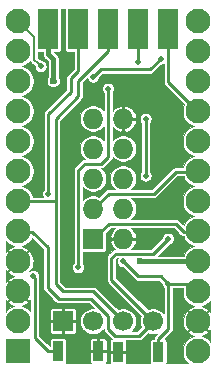
<source format=gbr>
%TF.GenerationSoftware,KiCad,Pcbnew,5.1.7+dfsg1-1~bpo10+1*%
%TF.CreationDate,Date%
%TF.ProjectId,ProMicro_CONN,50726f4d-6963-4726-9f5f-434f4e4e2e6b,v1.4*%
%TF.SameCoordinates,Original*%
%TF.FileFunction,Copper,L4,Bot*%
%TF.FilePolarity,Positive*%
%FSLAX46Y46*%
G04 Gerber Fmt 4.6, Leading zero omitted, Abs format (unit mm)*
G04 Created by KiCad*
%MOMM*%
%LPD*%
G01*
G04 APERTURE LIST*
%TA.AperFunction,ComponentPad*%
%ADD10O,1.727200X1.727200*%
%TD*%
%TA.AperFunction,ComponentPad*%
%ADD11R,1.727200X1.727200*%
%TD*%
%TA.AperFunction,ComponentPad*%
%ADD12R,2.100000X2.100000*%
%TD*%
%TA.AperFunction,ComponentPad*%
%ADD13C,2.100000*%
%TD*%
%TA.AperFunction,SMDPad,CuDef*%
%ADD14R,0.900000X1.700000*%
%TD*%
%TA.AperFunction,SMDPad,CuDef*%
%ADD15R,1.727200X3.454400*%
%TD*%
%TA.AperFunction,ComponentPad*%
%ADD16C,1.700000*%
%TD*%
%TA.AperFunction,ComponentPad*%
%ADD17R,1.700000X1.700000*%
%TD*%
%TA.AperFunction,ViaPad*%
%ADD18C,0.600000*%
%TD*%
%TA.AperFunction,ViaPad*%
%ADD19C,0.500000*%
%TD*%
%TA.AperFunction,Conductor*%
%ADD20C,0.400000*%
%TD*%
%TA.AperFunction,Conductor*%
%ADD21C,0.250000*%
%TD*%
%TA.AperFunction,Conductor*%
%ADD22C,0.200000*%
%TD*%
%TA.AperFunction,Conductor*%
%ADD23C,0.125000*%
%TD*%
%TA.AperFunction,Conductor*%
%ADD24C,0.100000*%
%TD*%
%ADD25C,0.300000*%
%ADD26C,0.200000*%
%ADD27C,0.350000*%
G04 APERTURE END LIST*
D10*
%TO.P,J1,10*%
%TO.N,GND*%
X8890000Y19685000D03*
%TO.P,J1,9*%
%TO.N,TDI*%
X6350000Y19685000D03*
%TO.P,J1,8*%
%TO.N,Net-(J1-Pad8)*%
X8890000Y17145000D03*
%TO.P,J1,7*%
%TO.N,+3V3*%
X6350000Y17145000D03*
%TO.P,J1,6*%
%TO.N,~RST*%
X8890000Y14605000D03*
%TO.P,J1,5*%
%TO.N,TMS*%
X6350000Y14605000D03*
%TO.P,J1,4*%
%TO.N,+3V3*%
X8890000Y12065000D03*
%TO.P,J1,3*%
%TO.N,TDO*%
X6350000Y12065000D03*
%TO.P,J1,2*%
%TO.N,GND*%
X8890000Y9525000D03*
D11*
%TO.P,J1,1*%
%TO.N,TCK*%
X6350000Y9525000D03*
%TD*%
D12*
%TO.P,A1,1*%
%TO.N,RXD*%
X0Y0D03*
D13*
%TO.P,A1,2*%
%TO.N,TXD*%
X0Y2540000D03*
%TO.P,A1,3*%
%TO.N,GND*%
X0Y5080000D03*
%TO.P,A1,13*%
%TO.N,Net-(A1-Pad13)*%
X15240000Y27940000D03*
%TO.P,A1,4*%
%TO.N,GND*%
X0Y7620000D03*
%TO.P,A1,14*%
%TO.N,COPI*%
X15240000Y25400000D03*
%TO.P,A1,5*%
%TO.N,SDA*%
X0Y10160000D03*
%TO.P,A1,15*%
%TO.N,CIPO*%
X15240000Y22860000D03*
%TO.P,A1,6*%
%TO.N,SCL*%
X0Y12700000D03*
%TO.P,A1,16*%
%TO.N,SCK*%
X15240000Y20320000D03*
%TO.P,A1,7*%
%TO.N,Net-(A1-Pad7)*%
X0Y15240000D03*
%TO.P,A1,17*%
%TO.N,TDI*%
X15240000Y17780000D03*
%TO.P,A1,8*%
%TO.N,Net-(A1-Pad8)*%
X0Y17780000D03*
%TO.P,A1,18*%
%TO.N,TDO*%
X15240000Y15240000D03*
%TO.P,A1,9*%
%TO.N,BTN*%
X0Y20320000D03*
%TO.P,A1,19*%
%TO.N,TMS*%
X15240000Y12700000D03*
%TO.P,A1,10*%
%TO.N,Net-(A1-Pad10)*%
X0Y22860000D03*
%TO.P,A1,20*%
%TO.N,TCK*%
X15240000Y10160000D03*
%TO.P,A1,11*%
%TO.N,Net-(A1-Pad11)*%
X0Y25400000D03*
%TO.P,A1,21*%
%TO.N,+3V3*%
X15240000Y7620000D03*
%TO.P,A1,12*%
%TO.N,CS1*%
X0Y27940000D03*
%TO.P,A1,22*%
%TO.N,~RST*%
X15240000Y5080000D03*
%TO.P,A1,23*%
%TO.N,GND*%
X15240000Y2540000D03*
%TO.P,A1,24*%
%TO.N,+5V*%
X15240000Y0D03*
%TD*%
D14*
%TO.P,SW2,2*%
%TO.N,BTN*%
X3380000Y0D03*
%TO.P,SW2,1*%
%TO.N,GND*%
X6780000Y0D03*
%TD*%
D15*
%TO.P,J2,7*%
%TO.N,CIPO*%
X10160000Y27305000D03*
%TO.P,J2,9*%
%TO.N,SCK*%
X12700000Y27305000D03*
%TO.P,J2,5*%
%TO.N,SCL*%
X7620000Y27305000D03*
%TO.P,J2,3*%
%TO.N,TXD*%
X5080000Y27305000D03*
%TO.P,J2,1*%
%TO.N,+3V3*%
X2540000Y27305000D03*
%TD*%
D14*
%TO.P,SW1,2*%
%TO.N,~RST*%
X11860000Y-63452D03*
%TO.P,SW1,1*%
%TO.N,GND*%
X8460000Y-63452D03*
%TD*%
D16*
%TO.P,J3,4*%
%TO.N,SDA*%
X11430000Y2540000D03*
%TO.P,J3,3*%
%TO.N,SCL*%
X8890000Y2540000D03*
%TO.P,J3,2*%
%TO.N,+3V3*%
X6350000Y2540000D03*
D17*
%TO.P,J3,1*%
%TO.N,GND*%
X3810000Y2540000D03*
%TD*%
D18*
%TO.N,GND*%
X12700000Y21590000D03*
X12700000Y19050000D03*
X12065000Y16446548D03*
X13970000Y16446548D03*
X13970000Y11366548D03*
X13970000Y13906548D03*
D19*
X10160000Y5080000D03*
D18*
X10033000Y21717000D03*
D19*
X6350000Y21590000D03*
X1270000Y21590000D03*
X5715000Y0D03*
X6350000Y7620000D03*
X11176000Y9525000D03*
X3810000Y25019000D03*
X10414000Y11811000D03*
X4064000Y10795000D03*
X4064000Y8382000D03*
X5080000Y5715000D03*
X13589000Y889000D03*
X9525000Y635000D03*
D18*
%TO.N,+3V3*%
X10287000Y7620000D03*
X2973596Y22908904D03*
D19*
%TO.N,RXD*%
X5080000Y7112000D03*
X7620012Y22225000D03*
%TO.N,TXD*%
X2540000Y13335000D03*
%TO.N,SDA*%
X12700000Y9525000D03*
X10795000Y19685000D03*
X10795000Y14859000D03*
%TO.N,CIPO*%
X10160000Y24511000D03*
%TO.N,BTN*%
X1270000Y6350000D03*
%TO.N,CS1*%
X12065001Y24764999D03*
X1905000Y24130000D03*
X6350000Y23241000D03*
%TO.N,~RST*%
X8890000Y7620000D03*
X12700000Y5715000D03*
%TD*%
D20*
%TO.N,+3V3*%
X15176548Y7620000D02*
X10711264Y7620000D01*
X10711264Y7620000D02*
X10287000Y7620000D01*
X15240000Y7556548D02*
X15176548Y7620000D01*
X3022500Y22860000D02*
X2973596Y22908904D01*
X2540000Y25177800D02*
X2973596Y24744204D01*
X2973596Y24744204D02*
X2973596Y22908904D01*
X2540000Y27305000D02*
X2540000Y25177800D01*
D21*
%TO.N,RXD*%
X5080000Y7112000D02*
X5080000Y15303548D01*
X5080000Y15303548D02*
X5651452Y15875000D01*
X5651452Y15875000D02*
X7048452Y15875000D01*
X7048452Y15875000D02*
X7620012Y16446560D01*
X7620012Y16446560D02*
X7620012Y21871447D01*
X7620012Y21871447D02*
X7620012Y22225000D01*
%TO.N,TXD*%
X5080000Y27241548D02*
X4445000Y26606548D01*
X2540000Y20066000D02*
X2540000Y13335000D01*
X4445000Y23114000D02*
X4445000Y21971000D01*
X5080000Y27305000D02*
X5080000Y23749000D01*
X4445000Y21971000D02*
X2540000Y20066000D01*
X5080000Y23749000D02*
X4445000Y23114000D01*
%TO.N,SDA*%
X10795000Y19685000D02*
X10795000Y14859000D01*
X1206452Y10096548D02*
X0Y10096548D01*
X2508274Y8794726D02*
X1206452Y10096548D01*
X11430000Y8255000D02*
X8255000Y8255000D01*
X10254999Y1301547D02*
X8223453Y1301547D01*
X8255000Y8255000D02*
X7905774Y7905774D01*
X7905774Y7905774D02*
X7905774Y6064226D01*
X7905774Y6064226D02*
X11461726Y2508274D01*
X2508274Y5365726D02*
X2508274Y8794726D01*
X11461726Y2508274D02*
X10254999Y1301547D01*
X8223453Y1301547D02*
X7620000Y1905000D01*
X7620000Y1905000D02*
X7620000Y3009002D01*
X12700000Y9525000D02*
X11430000Y8255000D01*
X6184002Y4445000D02*
X3429000Y4445000D01*
X7620000Y3009002D02*
X6184002Y4445000D01*
X3429000Y4445000D02*
X2508274Y5365726D01*
%TO.N,CIPO*%
X10160000Y27241548D02*
X10160000Y24511000D01*
%TO.N,SCL*%
X0Y12700000D02*
X1270000Y12700000D01*
X1270000Y12700000D02*
X1486002Y12700000D01*
X8890000Y2476548D02*
X8890000Y2540000D01*
X1270000Y12700000D02*
X3175000Y12700000D01*
X7620000Y25400000D02*
X7620000Y27241548D01*
X5080000Y22860000D02*
X7620000Y25400000D01*
X5080000Y21590000D02*
X5080000Y22860000D01*
X3175000Y12700000D02*
X3175000Y19685000D01*
X3175000Y19685000D02*
X5080000Y21590000D01*
X7493000Y3937000D02*
X8890000Y2540000D01*
X6350000Y5080000D02*
X7493000Y3937000D01*
X3810000Y5080000D02*
X6350000Y5080000D01*
X3175000Y12700000D02*
X3175000Y5715000D01*
X3175000Y5715000D02*
X3810000Y5080000D01*
%TO.N,SCK*%
X12700000Y27241548D02*
X12700000Y22796548D01*
X12700000Y22796548D02*
X15240000Y20256548D01*
%TO.N,TDO*%
X7683452Y13335000D02*
X6350000Y12001548D01*
X11493452Y13335000D02*
X7683452Y13335000D01*
X15240000Y15176548D02*
X13335000Y15176548D01*
X13335000Y15176548D02*
X11493452Y13335000D01*
%TO.N,BTN*%
X1397000Y6223000D02*
X1270000Y6350000D01*
X1397000Y1143000D02*
X1397000Y6223000D01*
X2540000Y0D02*
X1397000Y1143000D01*
X3380000Y0D02*
X2540000Y0D01*
%TO.N,TCK*%
X7683452Y10795000D02*
X13335000Y10795000D01*
X13335000Y10795000D02*
X14033452Y10096548D01*
X6350000Y9461548D02*
X7683452Y10795000D01*
X14033452Y10096548D02*
X15240000Y10096548D01*
D22*
%TO.N,CS1*%
X1351399Y26588601D02*
X1351399Y24683601D01*
X1655001Y24379999D02*
X1905000Y24130000D01*
X1351399Y24683601D02*
X1655001Y24379999D01*
X0Y27940000D02*
X1351399Y26588601D01*
D21*
X11176002Y23876000D02*
X12065001Y24764999D01*
X6350000Y23241000D02*
X6985000Y23876000D01*
X6985000Y23876000D02*
X11176002Y23876000D01*
%TO.N,~RST*%
X13053553Y5715000D02*
X12700000Y5715000D01*
X15240000Y5016548D02*
X14541548Y5715000D01*
X12700000Y5361447D02*
X12700000Y5715000D01*
X14541548Y5715000D02*
X13053553Y5715000D01*
X11860000Y1036548D02*
X12700000Y1876548D01*
X11860000Y-63452D02*
X11860000Y1036548D01*
X12700000Y1876548D02*
X12700000Y2540000D01*
X12700000Y2540000D02*
X12700000Y5361447D01*
X9139999Y7370001D02*
X8890000Y7620000D01*
X12065000Y6350000D02*
X10160000Y6350000D01*
X10160000Y6350000D02*
X9139999Y7370001D01*
X12700000Y5715000D02*
X12065000Y6350000D01*
%TD*%
D23*
%TO.N,GND*%
X13927500Y5209270D02*
X13927500Y4950730D01*
X13977938Y4697158D01*
X14076877Y4458298D01*
X14220514Y4243330D01*
X14403330Y4060514D01*
X14618298Y3916877D01*
X14857158Y3817938D01*
X14898613Y3809692D01*
X14702438Y3744323D01*
X14537296Y3656054D01*
X14417870Y3485874D01*
X15240000Y2663744D01*
X16062130Y3485874D01*
X15942704Y3656054D01*
X15711471Y3771699D01*
X15576407Y3808702D01*
X15622842Y3817938D01*
X15861702Y3916877D01*
X16076670Y4060514D01*
X16259486Y4243330D01*
X16272501Y4262808D01*
X16272501Y3301338D01*
X16185874Y3362130D01*
X15363744Y2540000D01*
X16185874Y1717870D01*
X16272501Y1778662D01*
X16272501Y817192D01*
X16259486Y836670D01*
X16076670Y1019486D01*
X15861702Y1163123D01*
X15622842Y1262062D01*
X15581387Y1270308D01*
X15777562Y1335677D01*
X15942704Y1423946D01*
X16062130Y1594126D01*
X15240000Y2416256D01*
X14417870Y1594126D01*
X14537296Y1423946D01*
X14768529Y1308301D01*
X14903593Y1271298D01*
X14857158Y1262062D01*
X14618298Y1163123D01*
X14403330Y1019486D01*
X14220514Y836670D01*
X14076877Y621702D01*
X13977938Y382842D01*
X13927500Y129270D01*
X13927500Y-129270D01*
X13977938Y-382842D01*
X14076877Y-621702D01*
X14220514Y-836670D01*
X14403330Y-1019486D01*
X14422807Y-1032500D01*
X12544013Y-1032500D01*
X12553692Y-1014392D01*
X12568702Y-964911D01*
X12573770Y-913452D01*
X12573770Y786548D01*
X12568702Y838007D01*
X12553692Y887488D01*
X12529317Y933091D01*
X12496514Y973062D01*
X12456543Y1005865D01*
X12410940Y1030240D01*
X12403850Y1032391D01*
X12960551Y1589091D01*
X12975329Y1601219D01*
X13023753Y1660223D01*
X13059735Y1727541D01*
X13081892Y1800585D01*
X13087500Y1857522D01*
X13087500Y1857528D01*
X13089373Y1876547D01*
X13087500Y1895566D01*
X13087500Y2504231D01*
X13921634Y2504231D01*
X13953945Y2247718D01*
X14035677Y2002438D01*
X14123946Y1837296D01*
X14294126Y1717870D01*
X15116256Y2540000D01*
X14294126Y3362130D01*
X14123946Y3242704D01*
X14008301Y3011471D01*
X13939988Y2762119D01*
X13921634Y2504231D01*
X13087500Y2504231D01*
X13087500Y5327500D01*
X13951017Y5327500D01*
X13927500Y5209270D01*
%TA.AperFunction,Conductor*%
D24*
G36*
X13927500Y5209270D02*
G01*
X13927500Y4950730D01*
X13977938Y4697158D01*
X14076877Y4458298D01*
X14220514Y4243330D01*
X14403330Y4060514D01*
X14618298Y3916877D01*
X14857158Y3817938D01*
X14898613Y3809692D01*
X14702438Y3744323D01*
X14537296Y3656054D01*
X14417870Y3485874D01*
X15240000Y2663744D01*
X16062130Y3485874D01*
X15942704Y3656054D01*
X15711471Y3771699D01*
X15576407Y3808702D01*
X15622842Y3817938D01*
X15861702Y3916877D01*
X16076670Y4060514D01*
X16259486Y4243330D01*
X16272501Y4262808D01*
X16272501Y3301338D01*
X16185874Y3362130D01*
X15363744Y2540000D01*
X16185874Y1717870D01*
X16272501Y1778662D01*
X16272501Y817192D01*
X16259486Y836670D01*
X16076670Y1019486D01*
X15861702Y1163123D01*
X15622842Y1262062D01*
X15581387Y1270308D01*
X15777562Y1335677D01*
X15942704Y1423946D01*
X16062130Y1594126D01*
X15240000Y2416256D01*
X14417870Y1594126D01*
X14537296Y1423946D01*
X14768529Y1308301D01*
X14903593Y1271298D01*
X14857158Y1262062D01*
X14618298Y1163123D01*
X14403330Y1019486D01*
X14220514Y836670D01*
X14076877Y621702D01*
X13977938Y382842D01*
X13927500Y129270D01*
X13927500Y-129270D01*
X13977938Y-382842D01*
X14076877Y-621702D01*
X14220514Y-836670D01*
X14403330Y-1019486D01*
X14422807Y-1032500D01*
X12544013Y-1032500D01*
X12553692Y-1014392D01*
X12568702Y-964911D01*
X12573770Y-913452D01*
X12573770Y786548D01*
X12568702Y838007D01*
X12553692Y887488D01*
X12529317Y933091D01*
X12496514Y973062D01*
X12456543Y1005865D01*
X12410940Y1030240D01*
X12403850Y1032391D01*
X12960551Y1589091D01*
X12975329Y1601219D01*
X13023753Y1660223D01*
X13059735Y1727541D01*
X13081892Y1800585D01*
X13087500Y1857522D01*
X13087500Y1857528D01*
X13089373Y1876547D01*
X13087500Y1895566D01*
X13087500Y2504231D01*
X13921634Y2504231D01*
X13953945Y2247718D01*
X14035677Y2002438D01*
X14123946Y1837296D01*
X14294126Y1717870D01*
X15116256Y2540000D01*
X14294126Y3362130D01*
X14123946Y3242704D01*
X14008301Y3011471D01*
X13939988Y2762119D01*
X13921634Y2504231D01*
X13087500Y2504231D01*
X13087500Y5327500D01*
X13951017Y5327500D01*
X13927500Y5209270D01*
G37*
%TD.AperFunction*%
D23*
X2120775Y8634217D02*
X2120774Y5384752D01*
X2118900Y5365726D01*
X2121380Y5340551D01*
X2126382Y5289764D01*
X2148539Y5216720D01*
X2184521Y5149402D01*
X2232945Y5090397D01*
X2247729Y5078264D01*
X3141542Y4184450D01*
X3153671Y4169671D01*
X3212675Y4121247D01*
X3279993Y4085265D01*
X3330879Y4069829D01*
X3353036Y4063108D01*
X3360809Y4062343D01*
X3409974Y4057500D01*
X3409980Y4057500D01*
X3428999Y4055627D01*
X3448018Y4057500D01*
X6023495Y4057500D01*
X6428495Y3652500D01*
X6240428Y3652500D01*
X6025496Y3609747D01*
X5823034Y3525885D01*
X5640823Y3404135D01*
X5485865Y3249177D01*
X5364115Y3066966D01*
X5280253Y2864504D01*
X5237500Y2649572D01*
X5237500Y2430428D01*
X5280253Y2215496D01*
X5364115Y2013034D01*
X5485865Y1830823D01*
X5640823Y1675865D01*
X5823034Y1554115D01*
X6025496Y1470253D01*
X6240428Y1427500D01*
X6459572Y1427500D01*
X6674504Y1470253D01*
X6876966Y1554115D01*
X7059177Y1675865D01*
X7214135Y1830823D01*
X7234875Y1861862D01*
X7235302Y1857523D01*
X7238108Y1829038D01*
X7260265Y1755994D01*
X7296247Y1688676D01*
X7344671Y1629671D01*
X7359455Y1617538D01*
X7935991Y1041002D01*
X7937694Y1038926D01*
X7909060Y1030240D01*
X7863457Y1005865D01*
X7823486Y973062D01*
X7790683Y933091D01*
X7766308Y887488D01*
X7751298Y838007D01*
X7746230Y786548D01*
X7747500Y89673D01*
X7813125Y24048D01*
X8372500Y24048D01*
X8372500Y44048D01*
X8547500Y44048D01*
X8547500Y24048D01*
X9106875Y24048D01*
X9172500Y89673D01*
X9173770Y786548D01*
X9168702Y838007D01*
X9153692Y887488D01*
X9139496Y914047D01*
X10235973Y914047D01*
X10254999Y912173D01*
X10274025Y914047D01*
X10330962Y919655D01*
X10404006Y941812D01*
X10471324Y977794D01*
X10530328Y1026218D01*
X10542461Y1041002D01*
X11010897Y1509437D01*
X11105496Y1470253D01*
X11320428Y1427500D01*
X11539572Y1427500D01*
X11743511Y1468066D01*
X11599451Y1324006D01*
X11584672Y1311877D01*
X11536248Y1252873D01*
X11521662Y1225584D01*
X11500266Y1185555D01*
X11478108Y1112511D01*
X11471982Y1050318D01*
X11410000Y1050318D01*
X11358541Y1045250D01*
X11309060Y1030240D01*
X11263457Y1005865D01*
X11223486Y973062D01*
X11190683Y933091D01*
X11166308Y887488D01*
X11151298Y838007D01*
X11146230Y786548D01*
X11146230Y-913452D01*
X11151298Y-964911D01*
X11166308Y-1014392D01*
X11175987Y-1032500D01*
X9144013Y-1032500D01*
X9153692Y-1014392D01*
X9168702Y-964911D01*
X9173770Y-913452D01*
X9172500Y-216577D01*
X9106875Y-150952D01*
X8547500Y-150952D01*
X8547500Y-170952D01*
X8372500Y-170952D01*
X8372500Y-150952D01*
X7813125Y-150952D01*
X7747500Y-216577D01*
X7746230Y-913452D01*
X7751298Y-964911D01*
X7766308Y-1014392D01*
X7775987Y-1032500D01*
X7419808Y-1032500D01*
X7449317Y-996543D01*
X7473692Y-950940D01*
X7488702Y-901459D01*
X7493770Y-850000D01*
X7492500Y-153125D01*
X7426875Y-87500D01*
X6867500Y-87500D01*
X6867500Y-107500D01*
X6692500Y-107500D01*
X6692500Y-87500D01*
X6133125Y-87500D01*
X6067500Y-153125D01*
X6066230Y-850000D01*
X6071298Y-901459D01*
X6086308Y-950940D01*
X6110683Y-996543D01*
X6140192Y-1032500D01*
X4019808Y-1032500D01*
X4049317Y-996543D01*
X4073692Y-950940D01*
X4088702Y-901459D01*
X4093770Y-850000D01*
X4093770Y850000D01*
X6066230Y850000D01*
X6067500Y153125D01*
X6133125Y87500D01*
X6692500Y87500D01*
X6692500Y1046875D01*
X6867500Y1046875D01*
X6867500Y87500D01*
X7426875Y87500D01*
X7492500Y153125D01*
X7493770Y850000D01*
X7488702Y901459D01*
X7473692Y950940D01*
X7449317Y996543D01*
X7416514Y1036514D01*
X7376543Y1069317D01*
X7330940Y1093692D01*
X7281459Y1108702D01*
X7230000Y1113770D01*
X6933125Y1112500D01*
X6867500Y1046875D01*
X6692500Y1046875D01*
X6626875Y1112500D01*
X6330000Y1113770D01*
X6278541Y1108702D01*
X6229060Y1093692D01*
X6183457Y1069317D01*
X6143486Y1036514D01*
X6110683Y996543D01*
X6086308Y950940D01*
X6071298Y901459D01*
X6066230Y850000D01*
X4093770Y850000D01*
X4088702Y901459D01*
X4073692Y950940D01*
X4049317Y996543D01*
X4016514Y1036514D01*
X3976543Y1069317D01*
X3930940Y1093692D01*
X3881459Y1108702D01*
X3830000Y1113770D01*
X2930000Y1113770D01*
X2878541Y1108702D01*
X2829060Y1093692D01*
X2783457Y1069317D01*
X2743486Y1036514D01*
X2710683Y996543D01*
X2686308Y950940D01*
X2671298Y901459D01*
X2666230Y850000D01*
X2666230Y421778D01*
X1784500Y1303507D01*
X1784500Y1690000D01*
X2696230Y1690000D01*
X2701298Y1638541D01*
X2716308Y1589060D01*
X2740683Y1543457D01*
X2773486Y1503486D01*
X2813457Y1470683D01*
X2859060Y1446308D01*
X2908541Y1431298D01*
X2960000Y1426230D01*
X3656875Y1427500D01*
X3722500Y1493125D01*
X3722500Y2452500D01*
X3897500Y2452500D01*
X3897500Y1493125D01*
X3963125Y1427500D01*
X4660000Y1426230D01*
X4711459Y1431298D01*
X4760940Y1446308D01*
X4806543Y1470683D01*
X4846514Y1503486D01*
X4879317Y1543457D01*
X4903692Y1589060D01*
X4918702Y1638541D01*
X4923770Y1690000D01*
X4922500Y2386875D01*
X4856875Y2452500D01*
X3897500Y2452500D01*
X3722500Y2452500D01*
X2763125Y2452500D01*
X2697500Y2386875D01*
X2696230Y1690000D01*
X1784500Y1690000D01*
X1784500Y3390000D01*
X2696230Y3390000D01*
X2697500Y2693125D01*
X2763125Y2627500D01*
X3722500Y2627500D01*
X3722500Y3586875D01*
X3897500Y3586875D01*
X3897500Y2627500D01*
X4856875Y2627500D01*
X4922500Y2693125D01*
X4923770Y3390000D01*
X4918702Y3441459D01*
X4903692Y3490940D01*
X4879317Y3536543D01*
X4846514Y3576514D01*
X4806543Y3609317D01*
X4760940Y3633692D01*
X4711459Y3648702D01*
X4660000Y3653770D01*
X3963125Y3652500D01*
X3897500Y3586875D01*
X3722500Y3586875D01*
X3656875Y3652500D01*
X2960000Y3653770D01*
X2908541Y3648702D01*
X2859060Y3633692D01*
X2813457Y3609317D01*
X2773486Y3576514D01*
X2740683Y3536543D01*
X2716308Y3490940D01*
X2701298Y3441459D01*
X2696230Y3390000D01*
X1784500Y3390000D01*
X1784500Y6203982D01*
X1786373Y6223001D01*
X1784500Y6242020D01*
X1784500Y6242026D01*
X1780050Y6287206D01*
X1782500Y6299523D01*
X1782500Y6400477D01*
X1762805Y6499491D01*
X1724172Y6592760D01*
X1668085Y6676700D01*
X1596700Y6748085D01*
X1512760Y6804172D01*
X1419491Y6842805D01*
X1320477Y6862500D01*
X1219523Y6862500D01*
X1120509Y6842805D01*
X1027240Y6804172D01*
X974688Y6769058D01*
X945875Y6797871D01*
X1116054Y6917296D01*
X1231699Y7148529D01*
X1300012Y7397881D01*
X1318366Y7655769D01*
X1286055Y7912282D01*
X1204323Y8157562D01*
X1116054Y8322704D01*
X945874Y8442130D01*
X123744Y7620000D01*
X137886Y7605858D01*
X14142Y7482114D01*
X0Y7496256D01*
X-822130Y6674126D01*
X-702704Y6503946D01*
X-471471Y6388301D01*
X-336494Y6351323D01*
X-537562Y6284323D01*
X-702704Y6196054D01*
X-822130Y6025874D01*
X0Y5203744D01*
X14142Y5217886D01*
X137886Y5094142D01*
X123744Y5080000D01*
X945874Y4257870D01*
X1009501Y4302521D01*
X1009500Y3386656D01*
X836670Y3559486D01*
X621702Y3703123D01*
X382842Y3802062D01*
X341387Y3810308D01*
X537562Y3875677D01*
X702704Y3963946D01*
X822130Y4134126D01*
X0Y4956256D01*
X-822130Y4134126D01*
X-702704Y3963946D01*
X-471471Y3848301D01*
X-336407Y3811298D01*
X-382842Y3802062D01*
X-621702Y3703123D01*
X-836670Y3559486D01*
X-1019486Y3376670D01*
X-1032500Y3357193D01*
X-1032500Y4318661D01*
X-945874Y4257870D01*
X-123744Y5080000D01*
X-945874Y5902130D01*
X-1032500Y5841339D01*
X-1032500Y6858661D01*
X-945874Y6797870D01*
X-123744Y7620000D01*
X-945874Y8442130D01*
X-1032500Y8381339D01*
X-1032500Y9342807D01*
X-1019486Y9323330D01*
X-836670Y9140514D01*
X-621702Y8996877D01*
X-382842Y8897938D01*
X-341387Y8889692D01*
X-537562Y8824323D01*
X-702704Y8736054D01*
X-822130Y8565874D01*
X0Y7743744D01*
X822130Y8565874D01*
X702704Y8736054D01*
X471471Y8851699D01*
X336407Y8888702D01*
X382842Y8897938D01*
X621702Y8996877D01*
X836670Y9140514D01*
X1019486Y9323330D01*
X1163123Y9538298D01*
X1178814Y9576179D01*
X2120775Y8634217D01*
%TA.AperFunction,Conductor*%
D24*
G36*
X2120775Y8634217D02*
G01*
X2120774Y5384752D01*
X2118900Y5365726D01*
X2121380Y5340551D01*
X2126382Y5289764D01*
X2148539Y5216720D01*
X2184521Y5149402D01*
X2232945Y5090397D01*
X2247729Y5078264D01*
X3141542Y4184450D01*
X3153671Y4169671D01*
X3212675Y4121247D01*
X3279993Y4085265D01*
X3330879Y4069829D01*
X3353036Y4063108D01*
X3360809Y4062343D01*
X3409974Y4057500D01*
X3409980Y4057500D01*
X3428999Y4055627D01*
X3448018Y4057500D01*
X6023495Y4057500D01*
X6428495Y3652500D01*
X6240428Y3652500D01*
X6025496Y3609747D01*
X5823034Y3525885D01*
X5640823Y3404135D01*
X5485865Y3249177D01*
X5364115Y3066966D01*
X5280253Y2864504D01*
X5237500Y2649572D01*
X5237500Y2430428D01*
X5280253Y2215496D01*
X5364115Y2013034D01*
X5485865Y1830823D01*
X5640823Y1675865D01*
X5823034Y1554115D01*
X6025496Y1470253D01*
X6240428Y1427500D01*
X6459572Y1427500D01*
X6674504Y1470253D01*
X6876966Y1554115D01*
X7059177Y1675865D01*
X7214135Y1830823D01*
X7234875Y1861862D01*
X7235302Y1857523D01*
X7238108Y1829038D01*
X7260265Y1755994D01*
X7296247Y1688676D01*
X7344671Y1629671D01*
X7359455Y1617538D01*
X7935991Y1041002D01*
X7937694Y1038926D01*
X7909060Y1030240D01*
X7863457Y1005865D01*
X7823486Y973062D01*
X7790683Y933091D01*
X7766308Y887488D01*
X7751298Y838007D01*
X7746230Y786548D01*
X7747500Y89673D01*
X7813125Y24048D01*
X8372500Y24048D01*
X8372500Y44048D01*
X8547500Y44048D01*
X8547500Y24048D01*
X9106875Y24048D01*
X9172500Y89673D01*
X9173770Y786548D01*
X9168702Y838007D01*
X9153692Y887488D01*
X9139496Y914047D01*
X10235973Y914047D01*
X10254999Y912173D01*
X10274025Y914047D01*
X10330962Y919655D01*
X10404006Y941812D01*
X10471324Y977794D01*
X10530328Y1026218D01*
X10542461Y1041002D01*
X11010897Y1509437D01*
X11105496Y1470253D01*
X11320428Y1427500D01*
X11539572Y1427500D01*
X11743511Y1468066D01*
X11599451Y1324006D01*
X11584672Y1311877D01*
X11536248Y1252873D01*
X11521662Y1225584D01*
X11500266Y1185555D01*
X11478108Y1112511D01*
X11471982Y1050318D01*
X11410000Y1050318D01*
X11358541Y1045250D01*
X11309060Y1030240D01*
X11263457Y1005865D01*
X11223486Y973062D01*
X11190683Y933091D01*
X11166308Y887488D01*
X11151298Y838007D01*
X11146230Y786548D01*
X11146230Y-913452D01*
X11151298Y-964911D01*
X11166308Y-1014392D01*
X11175987Y-1032500D01*
X9144013Y-1032500D01*
X9153692Y-1014392D01*
X9168702Y-964911D01*
X9173770Y-913452D01*
X9172500Y-216577D01*
X9106875Y-150952D01*
X8547500Y-150952D01*
X8547500Y-170952D01*
X8372500Y-170952D01*
X8372500Y-150952D01*
X7813125Y-150952D01*
X7747500Y-216577D01*
X7746230Y-913452D01*
X7751298Y-964911D01*
X7766308Y-1014392D01*
X7775987Y-1032500D01*
X7419808Y-1032500D01*
X7449317Y-996543D01*
X7473692Y-950940D01*
X7488702Y-901459D01*
X7493770Y-850000D01*
X7492500Y-153125D01*
X7426875Y-87500D01*
X6867500Y-87500D01*
X6867500Y-107500D01*
X6692500Y-107500D01*
X6692500Y-87500D01*
X6133125Y-87500D01*
X6067500Y-153125D01*
X6066230Y-850000D01*
X6071298Y-901459D01*
X6086308Y-950940D01*
X6110683Y-996543D01*
X6140192Y-1032500D01*
X4019808Y-1032500D01*
X4049317Y-996543D01*
X4073692Y-950940D01*
X4088702Y-901459D01*
X4093770Y-850000D01*
X4093770Y850000D01*
X6066230Y850000D01*
X6067500Y153125D01*
X6133125Y87500D01*
X6692500Y87500D01*
X6692500Y1046875D01*
X6867500Y1046875D01*
X6867500Y87500D01*
X7426875Y87500D01*
X7492500Y153125D01*
X7493770Y850000D01*
X7488702Y901459D01*
X7473692Y950940D01*
X7449317Y996543D01*
X7416514Y1036514D01*
X7376543Y1069317D01*
X7330940Y1093692D01*
X7281459Y1108702D01*
X7230000Y1113770D01*
X6933125Y1112500D01*
X6867500Y1046875D01*
X6692500Y1046875D01*
X6626875Y1112500D01*
X6330000Y1113770D01*
X6278541Y1108702D01*
X6229060Y1093692D01*
X6183457Y1069317D01*
X6143486Y1036514D01*
X6110683Y996543D01*
X6086308Y950940D01*
X6071298Y901459D01*
X6066230Y850000D01*
X4093770Y850000D01*
X4088702Y901459D01*
X4073692Y950940D01*
X4049317Y996543D01*
X4016514Y1036514D01*
X3976543Y1069317D01*
X3930940Y1093692D01*
X3881459Y1108702D01*
X3830000Y1113770D01*
X2930000Y1113770D01*
X2878541Y1108702D01*
X2829060Y1093692D01*
X2783457Y1069317D01*
X2743486Y1036514D01*
X2710683Y996543D01*
X2686308Y950940D01*
X2671298Y901459D01*
X2666230Y850000D01*
X2666230Y421778D01*
X1784500Y1303507D01*
X1784500Y1690000D01*
X2696230Y1690000D01*
X2701298Y1638541D01*
X2716308Y1589060D01*
X2740683Y1543457D01*
X2773486Y1503486D01*
X2813457Y1470683D01*
X2859060Y1446308D01*
X2908541Y1431298D01*
X2960000Y1426230D01*
X3656875Y1427500D01*
X3722500Y1493125D01*
X3722500Y2452500D01*
X3897500Y2452500D01*
X3897500Y1493125D01*
X3963125Y1427500D01*
X4660000Y1426230D01*
X4711459Y1431298D01*
X4760940Y1446308D01*
X4806543Y1470683D01*
X4846514Y1503486D01*
X4879317Y1543457D01*
X4903692Y1589060D01*
X4918702Y1638541D01*
X4923770Y1690000D01*
X4922500Y2386875D01*
X4856875Y2452500D01*
X3897500Y2452500D01*
X3722500Y2452500D01*
X2763125Y2452500D01*
X2697500Y2386875D01*
X2696230Y1690000D01*
X1784500Y1690000D01*
X1784500Y3390000D01*
X2696230Y3390000D01*
X2697500Y2693125D01*
X2763125Y2627500D01*
X3722500Y2627500D01*
X3722500Y3586875D01*
X3897500Y3586875D01*
X3897500Y2627500D01*
X4856875Y2627500D01*
X4922500Y2693125D01*
X4923770Y3390000D01*
X4918702Y3441459D01*
X4903692Y3490940D01*
X4879317Y3536543D01*
X4846514Y3576514D01*
X4806543Y3609317D01*
X4760940Y3633692D01*
X4711459Y3648702D01*
X4660000Y3653770D01*
X3963125Y3652500D01*
X3897500Y3586875D01*
X3722500Y3586875D01*
X3656875Y3652500D01*
X2960000Y3653770D01*
X2908541Y3648702D01*
X2859060Y3633692D01*
X2813457Y3609317D01*
X2773486Y3576514D01*
X2740683Y3536543D01*
X2716308Y3490940D01*
X2701298Y3441459D01*
X2696230Y3390000D01*
X1784500Y3390000D01*
X1784500Y6203982D01*
X1786373Y6223001D01*
X1784500Y6242020D01*
X1784500Y6242026D01*
X1780050Y6287206D01*
X1782500Y6299523D01*
X1782500Y6400477D01*
X1762805Y6499491D01*
X1724172Y6592760D01*
X1668085Y6676700D01*
X1596700Y6748085D01*
X1512760Y6804172D01*
X1419491Y6842805D01*
X1320477Y6862500D01*
X1219523Y6862500D01*
X1120509Y6842805D01*
X1027240Y6804172D01*
X974688Y6769058D01*
X945875Y6797871D01*
X1116054Y6917296D01*
X1231699Y7148529D01*
X1300012Y7397881D01*
X1318366Y7655769D01*
X1286055Y7912282D01*
X1204323Y8157562D01*
X1116054Y8322704D01*
X945874Y8442130D01*
X123744Y7620000D01*
X137886Y7605858D01*
X14142Y7482114D01*
X0Y7496256D01*
X-822130Y6674126D01*
X-702704Y6503946D01*
X-471471Y6388301D01*
X-336494Y6351323D01*
X-537562Y6284323D01*
X-702704Y6196054D01*
X-822130Y6025874D01*
X0Y5203744D01*
X14142Y5217886D01*
X137886Y5094142D01*
X123744Y5080000D01*
X945874Y4257870D01*
X1009501Y4302521D01*
X1009500Y3386656D01*
X836670Y3559486D01*
X621702Y3703123D01*
X382842Y3802062D01*
X341387Y3810308D01*
X537562Y3875677D01*
X702704Y3963946D01*
X822130Y4134126D01*
X0Y4956256D01*
X-822130Y4134126D01*
X-702704Y3963946D01*
X-471471Y3848301D01*
X-336407Y3811298D01*
X-382842Y3802062D01*
X-621702Y3703123D01*
X-836670Y3559486D01*
X-1019486Y3376670D01*
X-1032500Y3357193D01*
X-1032500Y4318661D01*
X-945874Y4257870D01*
X-123744Y5080000D01*
X-945874Y5902130D01*
X-1032500Y5841339D01*
X-1032500Y6858661D01*
X-945874Y6797870D01*
X-123744Y7620000D01*
X-945874Y8442130D01*
X-1032500Y8381339D01*
X-1032500Y9342807D01*
X-1019486Y9323330D01*
X-836670Y9140514D01*
X-621702Y8996877D01*
X-382842Y8897938D01*
X-341387Y8889692D01*
X-537562Y8824323D01*
X-702704Y8736054D01*
X-822130Y8565874D01*
X0Y7743744D01*
X822130Y8565874D01*
X702704Y8736054D01*
X471471Y8851699D01*
X336407Y8888702D01*
X382842Y8897938D01*
X621702Y8996877D01*
X836670Y9140514D01*
X1019486Y9323330D01*
X1163123Y9538298D01*
X1178814Y9576179D01*
X2120775Y8634217D01*
G37*
%TD.AperFunction*%
D23*
X12312501Y22815584D02*
X12310626Y22796548D01*
X12318108Y22720585D01*
X12330671Y22679172D01*
X12340266Y22647541D01*
X12376248Y22580223D01*
X12424672Y22521219D01*
X12439451Y22509090D01*
X14056363Y20892178D01*
X13977938Y20702842D01*
X13927500Y20449270D01*
X13927500Y20190730D01*
X13977938Y19937158D01*
X14076877Y19698298D01*
X14220514Y19483330D01*
X14403330Y19300514D01*
X14618298Y19156877D01*
X14857158Y19057938D01*
X14897066Y19050000D01*
X14857158Y19042062D01*
X14618298Y18943123D01*
X14403330Y18799486D01*
X14220514Y18616670D01*
X14076877Y18401702D01*
X13977938Y18162842D01*
X13927500Y17909270D01*
X13927500Y17650730D01*
X13977938Y17397158D01*
X14076877Y17158298D01*
X14220514Y16943330D01*
X14403330Y16760514D01*
X14618298Y16616877D01*
X14857158Y16517938D01*
X14897066Y16510000D01*
X14857158Y16502062D01*
X14618298Y16403123D01*
X14403330Y16259486D01*
X14220514Y16076670D01*
X14076877Y15861702D01*
X13977938Y15622842D01*
X13966243Y15564048D01*
X13354018Y15564048D01*
X13334999Y15565921D01*
X13315980Y15564048D01*
X13315974Y15564048D01*
X13266809Y15559205D01*
X13259036Y15558440D01*
X13236879Y15551719D01*
X13185993Y15536283D01*
X13118675Y15500301D01*
X13059671Y15451877D01*
X13047542Y15437098D01*
X11332945Y13722500D01*
X9596172Y13722500D01*
X9607847Y13730301D01*
X9764699Y13887153D01*
X9887937Y14071591D01*
X9972825Y14276529D01*
X10016100Y14494089D01*
X10016100Y14715911D01*
X9972825Y14933471D01*
X9887937Y15138409D01*
X9764699Y15322847D01*
X9607847Y15479699D01*
X9423409Y15602937D01*
X9218471Y15687825D01*
X9000911Y15731100D01*
X8779089Y15731100D01*
X8561529Y15687825D01*
X8356591Y15602937D01*
X8172153Y15479699D01*
X8015301Y15322847D01*
X7892063Y15138409D01*
X7807175Y14933471D01*
X7763900Y14715911D01*
X7763900Y14494089D01*
X7807175Y14276529D01*
X7892063Y14071591D01*
X8015301Y13887153D01*
X8172153Y13730301D01*
X8183828Y13722500D01*
X7702478Y13722500D01*
X7683452Y13724374D01*
X7664426Y13722500D01*
X7607489Y13716892D01*
X7534445Y13694735D01*
X7467127Y13658753D01*
X7408123Y13610329D01*
X7395994Y13595550D01*
X6869247Y13068803D01*
X6678471Y13147825D01*
X6460911Y13191100D01*
X6239089Y13191100D01*
X6021529Y13147825D01*
X5816591Y13062937D01*
X5632153Y12939699D01*
X5475301Y12782847D01*
X5467500Y12771172D01*
X5467500Y13898828D01*
X5475301Y13887153D01*
X5632153Y13730301D01*
X5816591Y13607063D01*
X6021529Y13522175D01*
X6239089Y13478900D01*
X6460911Y13478900D01*
X6678471Y13522175D01*
X6883409Y13607063D01*
X7067847Y13730301D01*
X7224699Y13887153D01*
X7347937Y14071591D01*
X7432825Y14276529D01*
X7476100Y14494089D01*
X7476100Y14715911D01*
X7432825Y14933471D01*
X7347937Y15138409D01*
X7224699Y15322847D01*
X7067847Y15479699D01*
X7057625Y15486529D01*
X7067478Y15487500D01*
X7124415Y15493108D01*
X7197459Y15515265D01*
X7264777Y15551247D01*
X7323781Y15599671D01*
X7335914Y15614455D01*
X7880563Y16159103D01*
X7895341Y16171231D01*
X7943765Y16230235D01*
X7979747Y16297553D01*
X8001904Y16370597D01*
X8005108Y16403123D01*
X8008480Y16437361D01*
X8015301Y16427153D01*
X8172153Y16270301D01*
X8356591Y16147063D01*
X8561529Y16062175D01*
X8779089Y16018900D01*
X9000911Y16018900D01*
X9218471Y16062175D01*
X9423409Y16147063D01*
X9607847Y16270301D01*
X9764699Y16427153D01*
X9887937Y16611591D01*
X9972825Y16816529D01*
X10016100Y17034089D01*
X10016100Y17255911D01*
X9972825Y17473471D01*
X9887937Y17678409D01*
X9764699Y17862847D01*
X9607847Y18019699D01*
X9423409Y18142937D01*
X9218471Y18227825D01*
X9000911Y18271100D01*
X8779089Y18271100D01*
X8561529Y18227825D01*
X8356591Y18142937D01*
X8172153Y18019699D01*
X8015301Y17862847D01*
X8007512Y17851190D01*
X8007512Y18994024D01*
X8063656Y18919972D01*
X8228784Y18773460D01*
X8419322Y18661978D01*
X8627948Y18589810D01*
X8802500Y18627925D01*
X8802500Y19597500D01*
X8977500Y19597500D01*
X8977500Y18627925D01*
X9152052Y18589810D01*
X9360678Y18661978D01*
X9551216Y18773460D01*
X9716344Y18919972D01*
X9849716Y19095884D01*
X9946206Y19294435D01*
X9985185Y19422949D01*
X9946859Y19597500D01*
X8977500Y19597500D01*
X8802500Y19597500D01*
X8782500Y19597500D01*
X8782500Y19735477D01*
X10282500Y19735477D01*
X10282500Y19634523D01*
X10302195Y19535509D01*
X10340828Y19442240D01*
X10396915Y19358300D01*
X10407500Y19347715D01*
X10407501Y15196286D01*
X10396915Y15185700D01*
X10340828Y15101760D01*
X10302195Y15008491D01*
X10282500Y14909477D01*
X10282500Y14808523D01*
X10302195Y14709509D01*
X10340828Y14616240D01*
X10396915Y14532300D01*
X10468300Y14460915D01*
X10552240Y14404828D01*
X10645509Y14366195D01*
X10744523Y14346500D01*
X10845477Y14346500D01*
X10944491Y14366195D01*
X11037760Y14404828D01*
X11121700Y14460915D01*
X11193085Y14532300D01*
X11249172Y14616240D01*
X11287805Y14709509D01*
X11307500Y14808523D01*
X11307500Y14909477D01*
X11287805Y15008491D01*
X11249172Y15101760D01*
X11193085Y15185700D01*
X11182500Y15196285D01*
X11182500Y19347715D01*
X11193085Y19358300D01*
X11249172Y19442240D01*
X11287805Y19535509D01*
X11307500Y19634523D01*
X11307500Y19735477D01*
X11287805Y19834491D01*
X11249172Y19927760D01*
X11193085Y20011700D01*
X11121700Y20083085D01*
X11037760Y20139172D01*
X10944491Y20177805D01*
X10845477Y20197500D01*
X10744523Y20197500D01*
X10645509Y20177805D01*
X10552240Y20139172D01*
X10468300Y20083085D01*
X10396915Y20011700D01*
X10340828Y19927760D01*
X10302195Y19834491D01*
X10282500Y19735477D01*
X8782500Y19735477D01*
X8782500Y19772500D01*
X8802500Y19772500D01*
X8802500Y20742075D01*
X8977500Y20742075D01*
X8977500Y19772500D01*
X9946859Y19772500D01*
X9985185Y19947051D01*
X9946206Y20075565D01*
X9849716Y20274116D01*
X9716344Y20450028D01*
X9551216Y20596540D01*
X9360678Y20708022D01*
X9152052Y20780190D01*
X8977500Y20742075D01*
X8802500Y20742075D01*
X8627948Y20780190D01*
X8419322Y20708022D01*
X8228784Y20596540D01*
X8063656Y20450028D01*
X8007512Y20375976D01*
X8007512Y21887715D01*
X8018097Y21898300D01*
X8074184Y21982240D01*
X8112817Y22075509D01*
X8132512Y22174523D01*
X8132512Y22275477D01*
X8112817Y22374491D01*
X8074184Y22467760D01*
X8018097Y22551700D01*
X7946712Y22623085D01*
X7862772Y22679172D01*
X7769503Y22717805D01*
X7670489Y22737500D01*
X7569535Y22737500D01*
X7470521Y22717805D01*
X7377252Y22679172D01*
X7293312Y22623085D01*
X7221927Y22551700D01*
X7165840Y22467760D01*
X7127207Y22374491D01*
X7107512Y22275477D01*
X7107512Y22174523D01*
X7127207Y22075509D01*
X7165840Y21982240D01*
X7221927Y21898300D01*
X7232512Y21887715D01*
X7232512Y21852422D01*
X7232513Y21852412D01*
X7232513Y20391153D01*
X7224699Y20402847D01*
X7067847Y20559699D01*
X6883409Y20682937D01*
X6678471Y20767825D01*
X6460911Y20811100D01*
X6239089Y20811100D01*
X6021529Y20767825D01*
X5816591Y20682937D01*
X5632153Y20559699D01*
X5475301Y20402847D01*
X5352063Y20218409D01*
X5267175Y20013471D01*
X5223900Y19795911D01*
X5223900Y19574089D01*
X5267175Y19356529D01*
X5352063Y19151591D01*
X5475301Y18967153D01*
X5632153Y18810301D01*
X5816591Y18687063D01*
X6021529Y18602175D01*
X6239089Y18558900D01*
X6460911Y18558900D01*
X6678471Y18602175D01*
X6883409Y18687063D01*
X7067847Y18810301D01*
X7224699Y18967153D01*
X7232512Y18978847D01*
X7232512Y17851154D01*
X7224699Y17862847D01*
X7067847Y18019699D01*
X6883409Y18142937D01*
X6678471Y18227825D01*
X6460911Y18271100D01*
X6239089Y18271100D01*
X6021529Y18227825D01*
X5816591Y18142937D01*
X5632153Y18019699D01*
X5475301Y17862847D01*
X5352063Y17678409D01*
X5267175Y17473471D01*
X5223900Y17255911D01*
X5223900Y17034089D01*
X5267175Y16816529D01*
X5352063Y16611591D01*
X5475301Y16427153D01*
X5632153Y16270301D01*
X5642364Y16263478D01*
X5632432Y16262500D01*
X5632426Y16262500D01*
X5583261Y16257657D01*
X5575488Y16256892D01*
X5553331Y16250171D01*
X5502445Y16234735D01*
X5435127Y16198753D01*
X5376123Y16150329D01*
X5363994Y16135550D01*
X4819451Y15591006D01*
X4804672Y15578877D01*
X4756248Y15519873D01*
X4737943Y15485626D01*
X4720266Y15452555D01*
X4698108Y15379511D01*
X4690626Y15303548D01*
X4692501Y15284512D01*
X4692500Y7449285D01*
X4681915Y7438700D01*
X4625828Y7354760D01*
X4587195Y7261491D01*
X4567500Y7162477D01*
X4567500Y7061523D01*
X4587195Y6962509D01*
X4625828Y6869240D01*
X4681915Y6785300D01*
X4753300Y6713915D01*
X4837240Y6657828D01*
X4930509Y6619195D01*
X5029523Y6599500D01*
X5130477Y6599500D01*
X5229491Y6619195D01*
X5322760Y6657828D01*
X5406700Y6713915D01*
X5478085Y6785300D01*
X5534172Y6869240D01*
X5572805Y6962509D01*
X5592500Y7061523D01*
X5592500Y7162477D01*
X5572805Y7261491D01*
X5534172Y7354760D01*
X5478085Y7438700D01*
X5467500Y7449285D01*
X5467500Y8399491D01*
X5486400Y8397630D01*
X7213600Y8397630D01*
X7265059Y8402698D01*
X7314540Y8417708D01*
X7360143Y8442083D01*
X7400114Y8474886D01*
X7432917Y8514857D01*
X7457292Y8560460D01*
X7472302Y8609941D01*
X7477370Y8661400D01*
X7477370Y10040910D01*
X7843960Y10407500D01*
X8196054Y10407500D01*
X8063656Y10290028D01*
X7930284Y10114116D01*
X7833794Y9915565D01*
X7794815Y9787051D01*
X7833141Y9612500D01*
X8802500Y9612500D01*
X8802500Y9632500D01*
X8977500Y9632500D01*
X8977500Y9612500D01*
X9946859Y9612500D01*
X9985185Y9787051D01*
X9946206Y9915565D01*
X9849716Y10114116D01*
X9716344Y10290028D01*
X9583946Y10407500D01*
X13174493Y10407500D01*
X13745994Y9835998D01*
X13758123Y9821219D01*
X13817127Y9772795D01*
X13884445Y9736813D01*
X13932955Y9722098D01*
X13957488Y9714656D01*
X13965261Y9713891D01*
X14005798Y9709898D01*
X14076877Y9538298D01*
X14220514Y9323330D01*
X14403330Y9140514D01*
X14618298Y8996877D01*
X14857158Y8897938D01*
X14897066Y8890000D01*
X14857158Y8882062D01*
X14618298Y8783123D01*
X14403330Y8639486D01*
X14220514Y8456670D01*
X14076877Y8241702D01*
X14010933Y8082500D01*
X11805507Y8082500D01*
X12735508Y9012500D01*
X12750477Y9012500D01*
X12849491Y9032195D01*
X12942760Y9070828D01*
X13026700Y9126915D01*
X13098085Y9198300D01*
X13154172Y9282240D01*
X13192805Y9375509D01*
X13212500Y9474523D01*
X13212500Y9575477D01*
X13192805Y9674491D01*
X13154172Y9767760D01*
X13098085Y9851700D01*
X13026700Y9923085D01*
X12942760Y9979172D01*
X12849491Y10017805D01*
X12750477Y10037500D01*
X12649523Y10037500D01*
X12550509Y10017805D01*
X12457240Y9979172D01*
X12373300Y9923085D01*
X12301915Y9851700D01*
X12245828Y9767760D01*
X12207195Y9674491D01*
X12187500Y9575477D01*
X12187500Y9560508D01*
X11269493Y8642500D01*
X9583946Y8642500D01*
X9716344Y8759972D01*
X9849716Y8935884D01*
X9946206Y9134435D01*
X9985185Y9262949D01*
X9946859Y9437500D01*
X8977500Y9437500D01*
X8977500Y9417500D01*
X8802500Y9417500D01*
X8802500Y9437500D01*
X7833141Y9437500D01*
X7794815Y9262949D01*
X7833794Y9134435D01*
X7930284Y8935884D01*
X8063656Y8759972D01*
X8200043Y8638961D01*
X8186809Y8637657D01*
X8179036Y8636892D01*
X8156879Y8630171D01*
X8105993Y8614735D01*
X8038675Y8578753D01*
X7979671Y8530329D01*
X7967542Y8515550D01*
X7645229Y8193236D01*
X7630445Y8181103D01*
X7582021Y8122098D01*
X7546039Y8054780D01*
X7541154Y8038675D01*
X7523882Y7981737D01*
X7516400Y7905774D01*
X7518274Y7886748D01*
X7518275Y6083262D01*
X7516400Y6064226D01*
X7523882Y5988263D01*
X7539875Y5935543D01*
X7546040Y5915219D01*
X7582022Y5847901D01*
X7630446Y5788897D01*
X7645225Y5776768D01*
X10418022Y3003971D01*
X10360253Y2864504D01*
X10317500Y2649572D01*
X10317500Y2430428D01*
X10360253Y2215496D01*
X10436606Y2031162D01*
X10094492Y1689047D01*
X9612359Y1689047D01*
X9754135Y1830823D01*
X9875885Y2013034D01*
X9959747Y2215496D01*
X10002500Y2430428D01*
X10002500Y2649572D01*
X9959747Y2864504D01*
X9875885Y3066966D01*
X9754135Y3249177D01*
X9599177Y3404135D01*
X9416966Y3525885D01*
X9214504Y3609747D01*
X8999572Y3652500D01*
X8780428Y3652500D01*
X8565496Y3609747D01*
X8426029Y3551978D01*
X7780461Y4197546D01*
X7780457Y4197551D01*
X6637462Y5340545D01*
X6625329Y5355329D01*
X6566325Y5403753D01*
X6499007Y5439735D01*
X6425963Y5461892D01*
X6369026Y5467500D01*
X6350000Y5469374D01*
X6330974Y5467500D01*
X3970508Y5467500D01*
X3562500Y5875507D01*
X3562500Y12680975D01*
X3564374Y12700000D01*
X3562500Y12719026D01*
X3562500Y19524493D01*
X5340551Y21302543D01*
X5355329Y21314671D01*
X5403753Y21373675D01*
X5427201Y21417544D01*
X5439735Y21440992D01*
X5461892Y21514037D01*
X5469374Y21590000D01*
X5467500Y21609026D01*
X5467500Y22699493D01*
X5857875Y23089868D01*
X5895828Y22998240D01*
X5951915Y22914300D01*
X6023300Y22842915D01*
X6107240Y22786828D01*
X6200509Y22748195D01*
X6299523Y22728500D01*
X6400477Y22728500D01*
X6499491Y22748195D01*
X6592760Y22786828D01*
X6676700Y22842915D01*
X6748085Y22914300D01*
X6804172Y22998240D01*
X6842805Y23091509D01*
X6862500Y23190523D01*
X6862500Y23205493D01*
X7145508Y23488500D01*
X11156976Y23488500D01*
X11176002Y23486626D01*
X11195028Y23488500D01*
X11251965Y23494108D01*
X11325009Y23516265D01*
X11392327Y23552247D01*
X11451331Y23600671D01*
X11463464Y23615455D01*
X12100508Y24252499D01*
X12115478Y24252499D01*
X12214492Y24272194D01*
X12307761Y24310827D01*
X12312501Y24313994D01*
X12312501Y22815584D01*
%TA.AperFunction,Conductor*%
D24*
G36*
X12312501Y22815584D02*
G01*
X12310626Y22796548D01*
X12318108Y22720585D01*
X12330671Y22679172D01*
X12340266Y22647541D01*
X12376248Y22580223D01*
X12424672Y22521219D01*
X12439451Y22509090D01*
X14056363Y20892178D01*
X13977938Y20702842D01*
X13927500Y20449270D01*
X13927500Y20190730D01*
X13977938Y19937158D01*
X14076877Y19698298D01*
X14220514Y19483330D01*
X14403330Y19300514D01*
X14618298Y19156877D01*
X14857158Y19057938D01*
X14897066Y19050000D01*
X14857158Y19042062D01*
X14618298Y18943123D01*
X14403330Y18799486D01*
X14220514Y18616670D01*
X14076877Y18401702D01*
X13977938Y18162842D01*
X13927500Y17909270D01*
X13927500Y17650730D01*
X13977938Y17397158D01*
X14076877Y17158298D01*
X14220514Y16943330D01*
X14403330Y16760514D01*
X14618298Y16616877D01*
X14857158Y16517938D01*
X14897066Y16510000D01*
X14857158Y16502062D01*
X14618298Y16403123D01*
X14403330Y16259486D01*
X14220514Y16076670D01*
X14076877Y15861702D01*
X13977938Y15622842D01*
X13966243Y15564048D01*
X13354018Y15564048D01*
X13334999Y15565921D01*
X13315980Y15564048D01*
X13315974Y15564048D01*
X13266809Y15559205D01*
X13259036Y15558440D01*
X13236879Y15551719D01*
X13185993Y15536283D01*
X13118675Y15500301D01*
X13059671Y15451877D01*
X13047542Y15437098D01*
X11332945Y13722500D01*
X9596172Y13722500D01*
X9607847Y13730301D01*
X9764699Y13887153D01*
X9887937Y14071591D01*
X9972825Y14276529D01*
X10016100Y14494089D01*
X10016100Y14715911D01*
X9972825Y14933471D01*
X9887937Y15138409D01*
X9764699Y15322847D01*
X9607847Y15479699D01*
X9423409Y15602937D01*
X9218471Y15687825D01*
X9000911Y15731100D01*
X8779089Y15731100D01*
X8561529Y15687825D01*
X8356591Y15602937D01*
X8172153Y15479699D01*
X8015301Y15322847D01*
X7892063Y15138409D01*
X7807175Y14933471D01*
X7763900Y14715911D01*
X7763900Y14494089D01*
X7807175Y14276529D01*
X7892063Y14071591D01*
X8015301Y13887153D01*
X8172153Y13730301D01*
X8183828Y13722500D01*
X7702478Y13722500D01*
X7683452Y13724374D01*
X7664426Y13722500D01*
X7607489Y13716892D01*
X7534445Y13694735D01*
X7467127Y13658753D01*
X7408123Y13610329D01*
X7395994Y13595550D01*
X6869247Y13068803D01*
X6678471Y13147825D01*
X6460911Y13191100D01*
X6239089Y13191100D01*
X6021529Y13147825D01*
X5816591Y13062937D01*
X5632153Y12939699D01*
X5475301Y12782847D01*
X5467500Y12771172D01*
X5467500Y13898828D01*
X5475301Y13887153D01*
X5632153Y13730301D01*
X5816591Y13607063D01*
X6021529Y13522175D01*
X6239089Y13478900D01*
X6460911Y13478900D01*
X6678471Y13522175D01*
X6883409Y13607063D01*
X7067847Y13730301D01*
X7224699Y13887153D01*
X7347937Y14071591D01*
X7432825Y14276529D01*
X7476100Y14494089D01*
X7476100Y14715911D01*
X7432825Y14933471D01*
X7347937Y15138409D01*
X7224699Y15322847D01*
X7067847Y15479699D01*
X7057625Y15486529D01*
X7067478Y15487500D01*
X7124415Y15493108D01*
X7197459Y15515265D01*
X7264777Y15551247D01*
X7323781Y15599671D01*
X7335914Y15614455D01*
X7880563Y16159103D01*
X7895341Y16171231D01*
X7943765Y16230235D01*
X7979747Y16297553D01*
X8001904Y16370597D01*
X8005108Y16403123D01*
X8008480Y16437361D01*
X8015301Y16427153D01*
X8172153Y16270301D01*
X8356591Y16147063D01*
X8561529Y16062175D01*
X8779089Y16018900D01*
X9000911Y16018900D01*
X9218471Y16062175D01*
X9423409Y16147063D01*
X9607847Y16270301D01*
X9764699Y16427153D01*
X9887937Y16611591D01*
X9972825Y16816529D01*
X10016100Y17034089D01*
X10016100Y17255911D01*
X9972825Y17473471D01*
X9887937Y17678409D01*
X9764699Y17862847D01*
X9607847Y18019699D01*
X9423409Y18142937D01*
X9218471Y18227825D01*
X9000911Y18271100D01*
X8779089Y18271100D01*
X8561529Y18227825D01*
X8356591Y18142937D01*
X8172153Y18019699D01*
X8015301Y17862847D01*
X8007512Y17851190D01*
X8007512Y18994024D01*
X8063656Y18919972D01*
X8228784Y18773460D01*
X8419322Y18661978D01*
X8627948Y18589810D01*
X8802500Y18627925D01*
X8802500Y19597500D01*
X8977500Y19597500D01*
X8977500Y18627925D01*
X9152052Y18589810D01*
X9360678Y18661978D01*
X9551216Y18773460D01*
X9716344Y18919972D01*
X9849716Y19095884D01*
X9946206Y19294435D01*
X9985185Y19422949D01*
X9946859Y19597500D01*
X8977500Y19597500D01*
X8802500Y19597500D01*
X8782500Y19597500D01*
X8782500Y19735477D01*
X10282500Y19735477D01*
X10282500Y19634523D01*
X10302195Y19535509D01*
X10340828Y19442240D01*
X10396915Y19358300D01*
X10407500Y19347715D01*
X10407501Y15196286D01*
X10396915Y15185700D01*
X10340828Y15101760D01*
X10302195Y15008491D01*
X10282500Y14909477D01*
X10282500Y14808523D01*
X10302195Y14709509D01*
X10340828Y14616240D01*
X10396915Y14532300D01*
X10468300Y14460915D01*
X10552240Y14404828D01*
X10645509Y14366195D01*
X10744523Y14346500D01*
X10845477Y14346500D01*
X10944491Y14366195D01*
X11037760Y14404828D01*
X11121700Y14460915D01*
X11193085Y14532300D01*
X11249172Y14616240D01*
X11287805Y14709509D01*
X11307500Y14808523D01*
X11307500Y14909477D01*
X11287805Y15008491D01*
X11249172Y15101760D01*
X11193085Y15185700D01*
X11182500Y15196285D01*
X11182500Y19347715D01*
X11193085Y19358300D01*
X11249172Y19442240D01*
X11287805Y19535509D01*
X11307500Y19634523D01*
X11307500Y19735477D01*
X11287805Y19834491D01*
X11249172Y19927760D01*
X11193085Y20011700D01*
X11121700Y20083085D01*
X11037760Y20139172D01*
X10944491Y20177805D01*
X10845477Y20197500D01*
X10744523Y20197500D01*
X10645509Y20177805D01*
X10552240Y20139172D01*
X10468300Y20083085D01*
X10396915Y20011700D01*
X10340828Y19927760D01*
X10302195Y19834491D01*
X10282500Y19735477D01*
X8782500Y19735477D01*
X8782500Y19772500D01*
X8802500Y19772500D01*
X8802500Y20742075D01*
X8977500Y20742075D01*
X8977500Y19772500D01*
X9946859Y19772500D01*
X9985185Y19947051D01*
X9946206Y20075565D01*
X9849716Y20274116D01*
X9716344Y20450028D01*
X9551216Y20596540D01*
X9360678Y20708022D01*
X9152052Y20780190D01*
X8977500Y20742075D01*
X8802500Y20742075D01*
X8627948Y20780190D01*
X8419322Y20708022D01*
X8228784Y20596540D01*
X8063656Y20450028D01*
X8007512Y20375976D01*
X8007512Y21887715D01*
X8018097Y21898300D01*
X8074184Y21982240D01*
X8112817Y22075509D01*
X8132512Y22174523D01*
X8132512Y22275477D01*
X8112817Y22374491D01*
X8074184Y22467760D01*
X8018097Y22551700D01*
X7946712Y22623085D01*
X7862772Y22679172D01*
X7769503Y22717805D01*
X7670489Y22737500D01*
X7569535Y22737500D01*
X7470521Y22717805D01*
X7377252Y22679172D01*
X7293312Y22623085D01*
X7221927Y22551700D01*
X7165840Y22467760D01*
X7127207Y22374491D01*
X7107512Y22275477D01*
X7107512Y22174523D01*
X7127207Y22075509D01*
X7165840Y21982240D01*
X7221927Y21898300D01*
X7232512Y21887715D01*
X7232512Y21852422D01*
X7232513Y21852412D01*
X7232513Y20391153D01*
X7224699Y20402847D01*
X7067847Y20559699D01*
X6883409Y20682937D01*
X6678471Y20767825D01*
X6460911Y20811100D01*
X6239089Y20811100D01*
X6021529Y20767825D01*
X5816591Y20682937D01*
X5632153Y20559699D01*
X5475301Y20402847D01*
X5352063Y20218409D01*
X5267175Y20013471D01*
X5223900Y19795911D01*
X5223900Y19574089D01*
X5267175Y19356529D01*
X5352063Y19151591D01*
X5475301Y18967153D01*
X5632153Y18810301D01*
X5816591Y18687063D01*
X6021529Y18602175D01*
X6239089Y18558900D01*
X6460911Y18558900D01*
X6678471Y18602175D01*
X6883409Y18687063D01*
X7067847Y18810301D01*
X7224699Y18967153D01*
X7232512Y18978847D01*
X7232512Y17851154D01*
X7224699Y17862847D01*
X7067847Y18019699D01*
X6883409Y18142937D01*
X6678471Y18227825D01*
X6460911Y18271100D01*
X6239089Y18271100D01*
X6021529Y18227825D01*
X5816591Y18142937D01*
X5632153Y18019699D01*
X5475301Y17862847D01*
X5352063Y17678409D01*
X5267175Y17473471D01*
X5223900Y17255911D01*
X5223900Y17034089D01*
X5267175Y16816529D01*
X5352063Y16611591D01*
X5475301Y16427153D01*
X5632153Y16270301D01*
X5642364Y16263478D01*
X5632432Y16262500D01*
X5632426Y16262500D01*
X5583261Y16257657D01*
X5575488Y16256892D01*
X5553331Y16250171D01*
X5502445Y16234735D01*
X5435127Y16198753D01*
X5376123Y16150329D01*
X5363994Y16135550D01*
X4819451Y15591006D01*
X4804672Y15578877D01*
X4756248Y15519873D01*
X4737943Y15485626D01*
X4720266Y15452555D01*
X4698108Y15379511D01*
X4690626Y15303548D01*
X4692501Y15284512D01*
X4692500Y7449285D01*
X4681915Y7438700D01*
X4625828Y7354760D01*
X4587195Y7261491D01*
X4567500Y7162477D01*
X4567500Y7061523D01*
X4587195Y6962509D01*
X4625828Y6869240D01*
X4681915Y6785300D01*
X4753300Y6713915D01*
X4837240Y6657828D01*
X4930509Y6619195D01*
X5029523Y6599500D01*
X5130477Y6599500D01*
X5229491Y6619195D01*
X5322760Y6657828D01*
X5406700Y6713915D01*
X5478085Y6785300D01*
X5534172Y6869240D01*
X5572805Y6962509D01*
X5592500Y7061523D01*
X5592500Y7162477D01*
X5572805Y7261491D01*
X5534172Y7354760D01*
X5478085Y7438700D01*
X5467500Y7449285D01*
X5467500Y8399491D01*
X5486400Y8397630D01*
X7213600Y8397630D01*
X7265059Y8402698D01*
X7314540Y8417708D01*
X7360143Y8442083D01*
X7400114Y8474886D01*
X7432917Y8514857D01*
X7457292Y8560460D01*
X7472302Y8609941D01*
X7477370Y8661400D01*
X7477370Y10040910D01*
X7843960Y10407500D01*
X8196054Y10407500D01*
X8063656Y10290028D01*
X7930284Y10114116D01*
X7833794Y9915565D01*
X7794815Y9787051D01*
X7833141Y9612500D01*
X8802500Y9612500D01*
X8802500Y9632500D01*
X8977500Y9632500D01*
X8977500Y9612500D01*
X9946859Y9612500D01*
X9985185Y9787051D01*
X9946206Y9915565D01*
X9849716Y10114116D01*
X9716344Y10290028D01*
X9583946Y10407500D01*
X13174493Y10407500D01*
X13745994Y9835998D01*
X13758123Y9821219D01*
X13817127Y9772795D01*
X13884445Y9736813D01*
X13932955Y9722098D01*
X13957488Y9714656D01*
X13965261Y9713891D01*
X14005798Y9709898D01*
X14076877Y9538298D01*
X14220514Y9323330D01*
X14403330Y9140514D01*
X14618298Y8996877D01*
X14857158Y8897938D01*
X14897066Y8890000D01*
X14857158Y8882062D01*
X14618298Y8783123D01*
X14403330Y8639486D01*
X14220514Y8456670D01*
X14076877Y8241702D01*
X14010933Y8082500D01*
X11805507Y8082500D01*
X12735508Y9012500D01*
X12750477Y9012500D01*
X12849491Y9032195D01*
X12942760Y9070828D01*
X13026700Y9126915D01*
X13098085Y9198300D01*
X13154172Y9282240D01*
X13192805Y9375509D01*
X13212500Y9474523D01*
X13212500Y9575477D01*
X13192805Y9674491D01*
X13154172Y9767760D01*
X13098085Y9851700D01*
X13026700Y9923085D01*
X12942760Y9979172D01*
X12849491Y10017805D01*
X12750477Y10037500D01*
X12649523Y10037500D01*
X12550509Y10017805D01*
X12457240Y9979172D01*
X12373300Y9923085D01*
X12301915Y9851700D01*
X12245828Y9767760D01*
X12207195Y9674491D01*
X12187500Y9575477D01*
X12187500Y9560508D01*
X11269493Y8642500D01*
X9583946Y8642500D01*
X9716344Y8759972D01*
X9849716Y8935884D01*
X9946206Y9134435D01*
X9985185Y9262949D01*
X9946859Y9437500D01*
X8977500Y9437500D01*
X8977500Y9417500D01*
X8802500Y9417500D01*
X8802500Y9437500D01*
X7833141Y9437500D01*
X7794815Y9262949D01*
X7833794Y9134435D01*
X7930284Y8935884D01*
X8063656Y8759972D01*
X8200043Y8638961D01*
X8186809Y8637657D01*
X8179036Y8636892D01*
X8156879Y8630171D01*
X8105993Y8614735D01*
X8038675Y8578753D01*
X7979671Y8530329D01*
X7967542Y8515550D01*
X7645229Y8193236D01*
X7630445Y8181103D01*
X7582021Y8122098D01*
X7546039Y8054780D01*
X7541154Y8038675D01*
X7523882Y7981737D01*
X7516400Y7905774D01*
X7518274Y7886748D01*
X7518275Y6083262D01*
X7516400Y6064226D01*
X7523882Y5988263D01*
X7539875Y5935543D01*
X7546040Y5915219D01*
X7582022Y5847901D01*
X7630446Y5788897D01*
X7645225Y5776768D01*
X10418022Y3003971D01*
X10360253Y2864504D01*
X10317500Y2649572D01*
X10317500Y2430428D01*
X10360253Y2215496D01*
X10436606Y2031162D01*
X10094492Y1689047D01*
X9612359Y1689047D01*
X9754135Y1830823D01*
X9875885Y2013034D01*
X9959747Y2215496D01*
X10002500Y2430428D01*
X10002500Y2649572D01*
X9959747Y2864504D01*
X9875885Y3066966D01*
X9754135Y3249177D01*
X9599177Y3404135D01*
X9416966Y3525885D01*
X9214504Y3609747D01*
X8999572Y3652500D01*
X8780428Y3652500D01*
X8565496Y3609747D01*
X8426029Y3551978D01*
X7780461Y4197546D01*
X7780457Y4197551D01*
X6637462Y5340545D01*
X6625329Y5355329D01*
X6566325Y5403753D01*
X6499007Y5439735D01*
X6425963Y5461892D01*
X6369026Y5467500D01*
X6350000Y5469374D01*
X6330974Y5467500D01*
X3970508Y5467500D01*
X3562500Y5875507D01*
X3562500Y12680975D01*
X3564374Y12700000D01*
X3562500Y12719026D01*
X3562500Y19524493D01*
X5340551Y21302543D01*
X5355329Y21314671D01*
X5403753Y21373675D01*
X5427201Y21417544D01*
X5439735Y21440992D01*
X5461892Y21514037D01*
X5469374Y21590000D01*
X5467500Y21609026D01*
X5467500Y22699493D01*
X5857875Y23089868D01*
X5895828Y22998240D01*
X5951915Y22914300D01*
X6023300Y22842915D01*
X6107240Y22786828D01*
X6200509Y22748195D01*
X6299523Y22728500D01*
X6400477Y22728500D01*
X6499491Y22748195D01*
X6592760Y22786828D01*
X6676700Y22842915D01*
X6748085Y22914300D01*
X6804172Y22998240D01*
X6842805Y23091509D01*
X6862500Y23190523D01*
X6862500Y23205493D01*
X7145508Y23488500D01*
X11156976Y23488500D01*
X11176002Y23486626D01*
X11195028Y23488500D01*
X11251965Y23494108D01*
X11325009Y23516265D01*
X11392327Y23552247D01*
X11451331Y23600671D01*
X11463464Y23615455D01*
X12100508Y24252499D01*
X12115478Y24252499D01*
X12214492Y24272194D01*
X12307761Y24310827D01*
X12312501Y24313994D01*
X12312501Y22815584D01*
G37*
%TD.AperFunction*%
D23*
X8435828Y7862760D02*
X8397195Y7769491D01*
X8377500Y7670477D01*
X8377500Y7569523D01*
X8397195Y7470509D01*
X8435828Y7377240D01*
X8491915Y7293300D01*
X8563300Y7221915D01*
X8647240Y7165828D01*
X8740509Y7127195D01*
X8839523Y7107500D01*
X8854493Y7107500D01*
X9872542Y6089450D01*
X9884671Y6074671D01*
X9943675Y6026247D01*
X10010993Y5990265D01*
X10059500Y5975551D01*
X10084036Y5968108D01*
X10091809Y5967343D01*
X10140974Y5962500D01*
X10140980Y5962500D01*
X10159999Y5960627D01*
X10179018Y5962500D01*
X11904493Y5962500D01*
X12187500Y5679492D01*
X12187500Y5664523D01*
X12207195Y5565509D01*
X12245828Y5472240D01*
X12301915Y5388300D01*
X12312500Y5377715D01*
X12312500Y5342422D01*
X12312501Y5342412D01*
X12312500Y3221692D01*
X12294135Y3249177D01*
X12139177Y3404135D01*
X11956966Y3525885D01*
X11754504Y3609747D01*
X11539572Y3652500D01*
X11320428Y3652500D01*
X11105496Y3609747D01*
X10966029Y3551978D01*
X8293274Y6224733D01*
X8293274Y7745267D01*
X8415508Y7867500D01*
X8438995Y7867500D01*
X8435828Y7862760D01*
%TA.AperFunction,Conductor*%
D24*
G36*
X8435828Y7862760D02*
G01*
X8397195Y7769491D01*
X8377500Y7670477D01*
X8377500Y7569523D01*
X8397195Y7470509D01*
X8435828Y7377240D01*
X8491915Y7293300D01*
X8563300Y7221915D01*
X8647240Y7165828D01*
X8740509Y7127195D01*
X8839523Y7107500D01*
X8854493Y7107500D01*
X9872542Y6089450D01*
X9884671Y6074671D01*
X9943675Y6026247D01*
X10010993Y5990265D01*
X10059500Y5975551D01*
X10084036Y5968108D01*
X10091809Y5967343D01*
X10140974Y5962500D01*
X10140980Y5962500D01*
X10159999Y5960627D01*
X10179018Y5962500D01*
X11904493Y5962500D01*
X12187500Y5679492D01*
X12187500Y5664523D01*
X12207195Y5565509D01*
X12245828Y5472240D01*
X12301915Y5388300D01*
X12312500Y5377715D01*
X12312500Y5342422D01*
X12312501Y5342412D01*
X12312500Y3221692D01*
X12294135Y3249177D01*
X12139177Y3404135D01*
X11956966Y3525885D01*
X11754504Y3609747D01*
X11539572Y3652500D01*
X11320428Y3652500D01*
X11105496Y3609747D01*
X10966029Y3551978D01*
X8293274Y6224733D01*
X8293274Y7745267D01*
X8415508Y7867500D01*
X8438995Y7867500D01*
X8435828Y7862760D01*
G37*
%TD.AperFunction*%
D23*
X14076877Y14618298D02*
X14220514Y14403330D01*
X14403330Y14220514D01*
X14618298Y14076877D01*
X14857158Y13977938D01*
X14897066Y13970000D01*
X14857158Y13962062D01*
X14618298Y13863123D01*
X14403330Y13719486D01*
X14220514Y13536670D01*
X14076877Y13321702D01*
X13977938Y13082842D01*
X13927500Y12829270D01*
X13927500Y12570730D01*
X13977938Y12317158D01*
X14076877Y12078298D01*
X14220514Y11863330D01*
X14403330Y11680514D01*
X14618298Y11536877D01*
X14857158Y11437938D01*
X14897066Y11430000D01*
X14857158Y11422062D01*
X14618298Y11323123D01*
X14403330Y11179486D01*
X14220514Y10996670D01*
X14076877Y10781702D01*
X14023989Y10654019D01*
X13622462Y11055545D01*
X13610329Y11070329D01*
X13551325Y11118753D01*
X13484007Y11154735D01*
X13410963Y11176892D01*
X13354026Y11182500D01*
X13335000Y11184374D01*
X13315974Y11182500D01*
X9596172Y11182500D01*
X9607847Y11190301D01*
X9764699Y11347153D01*
X9887937Y11531591D01*
X9972825Y11736529D01*
X10016100Y11954089D01*
X10016100Y12175911D01*
X9972825Y12393471D01*
X9887937Y12598409D01*
X9764699Y12782847D01*
X9607847Y12939699D01*
X9596172Y12947500D01*
X11474426Y12947500D01*
X11493452Y12945626D01*
X11512478Y12947500D01*
X11569415Y12953108D01*
X11642459Y12975265D01*
X11709777Y13011247D01*
X11768781Y13059671D01*
X11780914Y13074455D01*
X13495508Y14789048D01*
X14006150Y14789048D01*
X14076877Y14618298D01*
%TA.AperFunction,Conductor*%
D24*
G36*
X14076877Y14618298D02*
G01*
X14220514Y14403330D01*
X14403330Y14220514D01*
X14618298Y14076877D01*
X14857158Y13977938D01*
X14897066Y13970000D01*
X14857158Y13962062D01*
X14618298Y13863123D01*
X14403330Y13719486D01*
X14220514Y13536670D01*
X14076877Y13321702D01*
X13977938Y13082842D01*
X13927500Y12829270D01*
X13927500Y12570730D01*
X13977938Y12317158D01*
X14076877Y12078298D01*
X14220514Y11863330D01*
X14403330Y11680514D01*
X14618298Y11536877D01*
X14857158Y11437938D01*
X14897066Y11430000D01*
X14857158Y11422062D01*
X14618298Y11323123D01*
X14403330Y11179486D01*
X14220514Y10996670D01*
X14076877Y10781702D01*
X14023989Y10654019D01*
X13622462Y11055545D01*
X13610329Y11070329D01*
X13551325Y11118753D01*
X13484007Y11154735D01*
X13410963Y11176892D01*
X13354026Y11182500D01*
X13335000Y11184374D01*
X13315974Y11182500D01*
X9596172Y11182500D01*
X9607847Y11190301D01*
X9764699Y11347153D01*
X9887937Y11531591D01*
X9972825Y11736529D01*
X10016100Y11954089D01*
X10016100Y12175911D01*
X9972825Y12393471D01*
X9887937Y12598409D01*
X9764699Y12782847D01*
X9607847Y12939699D01*
X9596172Y12947500D01*
X11474426Y12947500D01*
X11493452Y12945626D01*
X11512478Y12947500D01*
X11569415Y12953108D01*
X11642459Y12975265D01*
X11709777Y13011247D01*
X11768781Y13059671D01*
X11780914Y13074455D01*
X13495508Y14789048D01*
X14006150Y14789048D01*
X14076877Y14618298D01*
G37*
%TD.AperFunction*%
D23*
X3952630Y25577800D02*
X3957698Y25526341D01*
X3972708Y25476860D01*
X3997083Y25431257D01*
X4029886Y25391286D01*
X4069857Y25358483D01*
X4115460Y25334108D01*
X4164941Y25319098D01*
X4216400Y25314030D01*
X4692501Y25314030D01*
X4692501Y23909509D01*
X4184455Y23401462D01*
X4169671Y23389329D01*
X4121247Y23330324D01*
X4085265Y23263006D01*
X4078590Y23241000D01*
X4063108Y23189963D01*
X4055626Y23114000D01*
X4057500Y23094973D01*
X4057501Y22131509D01*
X2279455Y20353462D01*
X2264671Y20341329D01*
X2216247Y20282324D01*
X2180265Y20215006D01*
X2169824Y20180586D01*
X2158108Y20141963D01*
X2150626Y20066000D01*
X2152500Y20046974D01*
X2152501Y13672286D01*
X2141915Y13661700D01*
X2085828Y13577760D01*
X2047195Y13484491D01*
X2027500Y13385477D01*
X2027500Y13284523D01*
X2047195Y13185509D01*
X2085828Y13092240D01*
X2088995Y13087500D01*
X1260133Y13087500D01*
X1163123Y13321702D01*
X1019486Y13536670D01*
X836670Y13719486D01*
X621702Y13863123D01*
X382842Y13962062D01*
X342934Y13970000D01*
X382842Y13977938D01*
X621702Y14076877D01*
X836670Y14220514D01*
X1019486Y14403330D01*
X1163123Y14618298D01*
X1262062Y14857158D01*
X1312500Y15110730D01*
X1312500Y15369270D01*
X1262062Y15622842D01*
X1163123Y15861702D01*
X1019486Y16076670D01*
X836670Y16259486D01*
X621702Y16403123D01*
X382842Y16502062D01*
X342934Y16510000D01*
X382842Y16517938D01*
X621702Y16616877D01*
X836670Y16760514D01*
X1019486Y16943330D01*
X1163123Y17158298D01*
X1262062Y17397158D01*
X1312500Y17650730D01*
X1312500Y17909270D01*
X1262062Y18162842D01*
X1163123Y18401702D01*
X1019486Y18616670D01*
X836670Y18799486D01*
X621702Y18943123D01*
X382842Y19042062D01*
X342934Y19050000D01*
X382842Y19057938D01*
X621702Y19156877D01*
X836670Y19300514D01*
X1019486Y19483330D01*
X1163123Y19698298D01*
X1262062Y19937158D01*
X1312500Y20190730D01*
X1312500Y20449270D01*
X1262062Y20702842D01*
X1163123Y20941702D01*
X1019486Y21156670D01*
X836670Y21339486D01*
X621702Y21483123D01*
X382842Y21582062D01*
X342934Y21590000D01*
X382842Y21597938D01*
X621702Y21696877D01*
X836670Y21840514D01*
X1019486Y22023330D01*
X1163123Y22238298D01*
X1262062Y22477158D01*
X1312500Y22730730D01*
X1312500Y22989270D01*
X1262062Y23242842D01*
X1163123Y23481702D01*
X1019486Y23696670D01*
X836670Y23879486D01*
X621702Y24023123D01*
X382842Y24122062D01*
X342934Y24130000D01*
X382842Y24137938D01*
X621702Y24236877D01*
X836670Y24380514D01*
X1011496Y24555340D01*
X1014873Y24544208D01*
X1048534Y24481233D01*
X1068668Y24456700D01*
X1093834Y24426035D01*
X1107657Y24414691D01*
X1392500Y24129847D01*
X1392500Y24079523D01*
X1412195Y23980509D01*
X1450828Y23887240D01*
X1506915Y23803300D01*
X1578300Y23731915D01*
X1662240Y23675828D01*
X1755509Y23637195D01*
X1854523Y23617500D01*
X1955477Y23617500D01*
X2054491Y23637195D01*
X2147760Y23675828D01*
X2231700Y23731915D01*
X2303085Y23803300D01*
X2359172Y23887240D01*
X2397805Y23980509D01*
X2417500Y24079523D01*
X2417500Y24180477D01*
X2397805Y24279491D01*
X2359172Y24372760D01*
X2303085Y24456700D01*
X2231700Y24528085D01*
X2147760Y24584172D01*
X2054491Y24622805D01*
X1955477Y24642500D01*
X1905153Y24642500D01*
X1713899Y24833753D01*
X1713899Y25314030D01*
X2077501Y25314030D01*
X2077501Y25200522D01*
X2075263Y25177800D01*
X2084193Y25087135D01*
X2109898Y25002398D01*
X2110640Y24999953D01*
X2153586Y24919606D01*
X2211382Y24849181D01*
X2229026Y24834701D01*
X2511096Y24552630D01*
X2511097Y23229199D01*
X2475115Y23175348D01*
X2432712Y23072979D01*
X2411096Y22964305D01*
X2411096Y22853503D01*
X2432712Y22744829D01*
X2475115Y22642460D01*
X2536673Y22550331D01*
X2615023Y22471981D01*
X2707152Y22410423D01*
X2809521Y22368020D01*
X2918195Y22346404D01*
X3028997Y22346404D01*
X3137671Y22368020D01*
X3240040Y22410423D01*
X3332169Y22471981D01*
X3410519Y22550331D01*
X3472077Y22642460D01*
X3514480Y22744829D01*
X3536096Y22853503D01*
X3536096Y22964305D01*
X3514480Y23072979D01*
X3472077Y23175348D01*
X3436096Y23229198D01*
X3436096Y24721493D01*
X3438333Y24744205D01*
X3429403Y24834871D01*
X3406890Y24909085D01*
X3402957Y24922051D01*
X3360011Y25002398D01*
X3302215Y25072823D01*
X3284572Y25087302D01*
X3057843Y25314030D01*
X3403600Y25314030D01*
X3455059Y25319098D01*
X3504540Y25334108D01*
X3550143Y25358483D01*
X3590114Y25391286D01*
X3622917Y25431257D01*
X3647292Y25476860D01*
X3662302Y25526341D01*
X3667370Y25577800D01*
X3667370Y28972500D01*
X3952630Y28972500D01*
X3952630Y25577800D01*
%TA.AperFunction,Conductor*%
D24*
G36*
X3952630Y25577800D02*
G01*
X3957698Y25526341D01*
X3972708Y25476860D01*
X3997083Y25431257D01*
X4029886Y25391286D01*
X4069857Y25358483D01*
X4115460Y25334108D01*
X4164941Y25319098D01*
X4216400Y25314030D01*
X4692501Y25314030D01*
X4692501Y23909509D01*
X4184455Y23401462D01*
X4169671Y23389329D01*
X4121247Y23330324D01*
X4085265Y23263006D01*
X4078590Y23241000D01*
X4063108Y23189963D01*
X4055626Y23114000D01*
X4057500Y23094973D01*
X4057501Y22131509D01*
X2279455Y20353462D01*
X2264671Y20341329D01*
X2216247Y20282324D01*
X2180265Y20215006D01*
X2169824Y20180586D01*
X2158108Y20141963D01*
X2150626Y20066000D01*
X2152500Y20046974D01*
X2152501Y13672286D01*
X2141915Y13661700D01*
X2085828Y13577760D01*
X2047195Y13484491D01*
X2027500Y13385477D01*
X2027500Y13284523D01*
X2047195Y13185509D01*
X2085828Y13092240D01*
X2088995Y13087500D01*
X1260133Y13087500D01*
X1163123Y13321702D01*
X1019486Y13536670D01*
X836670Y13719486D01*
X621702Y13863123D01*
X382842Y13962062D01*
X342934Y13970000D01*
X382842Y13977938D01*
X621702Y14076877D01*
X836670Y14220514D01*
X1019486Y14403330D01*
X1163123Y14618298D01*
X1262062Y14857158D01*
X1312500Y15110730D01*
X1312500Y15369270D01*
X1262062Y15622842D01*
X1163123Y15861702D01*
X1019486Y16076670D01*
X836670Y16259486D01*
X621702Y16403123D01*
X382842Y16502062D01*
X342934Y16510000D01*
X382842Y16517938D01*
X621702Y16616877D01*
X836670Y16760514D01*
X1019486Y16943330D01*
X1163123Y17158298D01*
X1262062Y17397158D01*
X1312500Y17650730D01*
X1312500Y17909270D01*
X1262062Y18162842D01*
X1163123Y18401702D01*
X1019486Y18616670D01*
X836670Y18799486D01*
X621702Y18943123D01*
X382842Y19042062D01*
X342934Y19050000D01*
X382842Y19057938D01*
X621702Y19156877D01*
X836670Y19300514D01*
X1019486Y19483330D01*
X1163123Y19698298D01*
X1262062Y19937158D01*
X1312500Y20190730D01*
X1312500Y20449270D01*
X1262062Y20702842D01*
X1163123Y20941702D01*
X1019486Y21156670D01*
X836670Y21339486D01*
X621702Y21483123D01*
X382842Y21582062D01*
X342934Y21590000D01*
X382842Y21597938D01*
X621702Y21696877D01*
X836670Y21840514D01*
X1019486Y22023330D01*
X1163123Y22238298D01*
X1262062Y22477158D01*
X1312500Y22730730D01*
X1312500Y22989270D01*
X1262062Y23242842D01*
X1163123Y23481702D01*
X1019486Y23696670D01*
X836670Y23879486D01*
X621702Y24023123D01*
X382842Y24122062D01*
X342934Y24130000D01*
X382842Y24137938D01*
X621702Y24236877D01*
X836670Y24380514D01*
X1011496Y24555340D01*
X1014873Y24544208D01*
X1048534Y24481233D01*
X1068668Y24456700D01*
X1093834Y24426035D01*
X1107657Y24414691D01*
X1392500Y24129847D01*
X1392500Y24079523D01*
X1412195Y23980509D01*
X1450828Y23887240D01*
X1506915Y23803300D01*
X1578300Y23731915D01*
X1662240Y23675828D01*
X1755509Y23637195D01*
X1854523Y23617500D01*
X1955477Y23617500D01*
X2054491Y23637195D01*
X2147760Y23675828D01*
X2231700Y23731915D01*
X2303085Y23803300D01*
X2359172Y23887240D01*
X2397805Y23980509D01*
X2417500Y24079523D01*
X2417500Y24180477D01*
X2397805Y24279491D01*
X2359172Y24372760D01*
X2303085Y24456700D01*
X2231700Y24528085D01*
X2147760Y24584172D01*
X2054491Y24622805D01*
X1955477Y24642500D01*
X1905153Y24642500D01*
X1713899Y24833753D01*
X1713899Y25314030D01*
X2077501Y25314030D01*
X2077501Y25200522D01*
X2075263Y25177800D01*
X2084193Y25087135D01*
X2109898Y25002398D01*
X2110640Y24999953D01*
X2153586Y24919606D01*
X2211382Y24849181D01*
X2229026Y24834701D01*
X2511096Y24552630D01*
X2511097Y23229199D01*
X2475115Y23175348D01*
X2432712Y23072979D01*
X2411096Y22964305D01*
X2411096Y22853503D01*
X2432712Y22744829D01*
X2475115Y22642460D01*
X2536673Y22550331D01*
X2615023Y22471981D01*
X2707152Y22410423D01*
X2809521Y22368020D01*
X2918195Y22346404D01*
X3028997Y22346404D01*
X3137671Y22368020D01*
X3240040Y22410423D01*
X3332169Y22471981D01*
X3410519Y22550331D01*
X3472077Y22642460D01*
X3514480Y22744829D01*
X3536096Y22853503D01*
X3536096Y22964305D01*
X3514480Y23072979D01*
X3472077Y23175348D01*
X3436096Y23229198D01*
X3436096Y24721493D01*
X3438333Y24744205D01*
X3429403Y24834871D01*
X3406890Y24909085D01*
X3402957Y24922051D01*
X3360011Y25002398D01*
X3302215Y25072823D01*
X3284572Y25087302D01*
X3057843Y25314030D01*
X3403600Y25314030D01*
X3455059Y25319098D01*
X3504540Y25334108D01*
X3550143Y25358483D01*
X3590114Y25391286D01*
X3622917Y25431257D01*
X3647292Y25476860D01*
X3662302Y25526341D01*
X3667370Y25577800D01*
X3667370Y28972500D01*
X3952630Y28972500D01*
X3952630Y25577800D01*
G37*
%TD.AperFunction*%
%TD*%
D25*
X12700000Y21590000D03*
X12700000Y19050000D03*
X12065000Y16446548D03*
X13970000Y16446548D03*
X13970000Y11366548D03*
X13970000Y13906548D03*
D26*
X10160000Y5080000D03*
D25*
X10033000Y21717000D03*
D26*
X6350000Y21590000D03*
X1270000Y21590000D03*
X5715000Y0D03*
X6350000Y7620000D03*
X11176000Y9525000D03*
X3810000Y25019000D03*
X10414000Y11811000D03*
X4064000Y10795000D03*
X4064000Y8382000D03*
X5080000Y5715000D03*
X13589000Y889000D03*
X9525000Y635000D03*
D25*
X10287000Y7620000D03*
X2973596Y22908904D03*
D26*
X5080000Y7112000D03*
X7620012Y22225000D03*
X2540000Y13335000D03*
X12700000Y9525000D03*
X10795000Y19685000D03*
X10795000Y14859000D03*
X10160000Y24511000D03*
X1270000Y6350000D03*
X12065001Y24764999D03*
X1905000Y24130000D03*
X6350000Y23241000D03*
X8890000Y7620000D03*
X12700000Y5715000D03*
D27*
X8890000Y19685000D03*
X6350000Y19685000D03*
X8890000Y17145000D03*
X6350000Y17145000D03*
X8890000Y14605000D03*
X6350000Y14605000D03*
X8890000Y12065000D03*
X6350000Y12065000D03*
X8890000Y9525000D03*
X6350000Y9525000D03*
X0Y0D03*
X0Y2540000D03*
X0Y5080000D03*
X15240000Y27940000D03*
X0Y7620000D03*
X15240000Y25400000D03*
X0Y10160000D03*
X15240000Y22860000D03*
X0Y12700000D03*
X15240000Y20320000D03*
X0Y15240000D03*
X15240000Y17780000D03*
X0Y17780000D03*
X15240000Y15240000D03*
X0Y20320000D03*
X15240000Y12700000D03*
X0Y22860000D03*
X15240000Y10160000D03*
X0Y25400000D03*
X15240000Y7620000D03*
X0Y27940000D03*
X15240000Y5080000D03*
X15240000Y2540000D03*
X15240000Y0D03*
X11430000Y2540000D03*
X8890000Y2540000D03*
X6350000Y2540000D03*
X3810000Y2540000D03*
M02*

</source>
